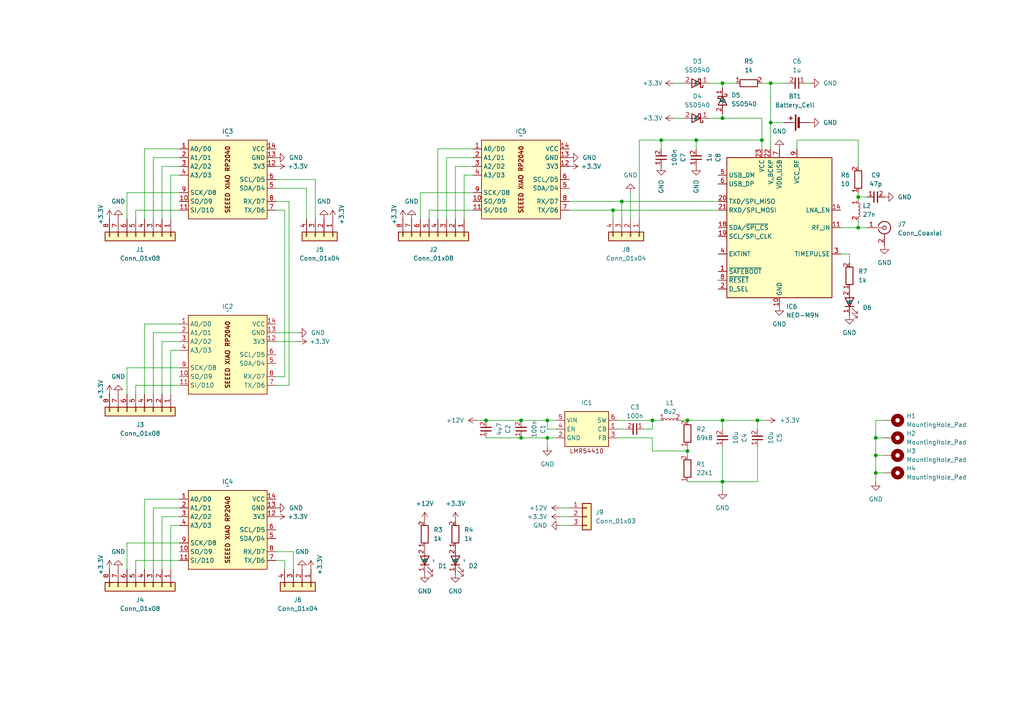
<source format=kicad_sch>
(kicad_sch (version 20230121) (generator eeschema)
  (paper "A4")
  (lib_symbols
    (symbol "Connector:Conn_Coaxial" (pin_names (offset 1.016) hide)
      (property "Reference" "J" (at 0.254 3.048 0))
      (property "Value" "Conn_Coaxial" (at 2.921 0 90))
      (symbol "Conn_Coaxial_0_1"
        (arc (start -1.778 -0.508) (mid 0.2311 -1.8066) (end 1.778 0) (stroke (width 0.254)))
        (polyline (pts (xy -2.54 0) (xy -0.508 0)))
        (polyline (pts (xy 0 -2.54) (xy 0 -1.778)))
        (circle (center 0 0) (radius 0.508) (stroke (width 0.2032)))
        (arc (start 1.778 0) (mid 0.2099 1.8101) (end -1.778 0.508) (stroke (width 0.254)))
      )
      (symbol "Conn_Coaxial_1_1"
        (pin passive line (at -5.08 0 0) (length 2.54) (name "In") (number "1"))
        (pin passive line (at 0 -5.08 90) (length 2.54) (name "Ext") (number "2"))
      )
    )
    (symbol "Connector_Generic:Conn_01x03" (pin_names (offset 1.016) hide)
      (property "Reference" "J" (at 0 5.08 0))
      (property "Value" "Conn_01x03" (at 0 -5.08 0))
      (symbol "Conn_01x03_1_1"
        (rectangle (start -1.27 -2.413) (end 0 -2.667) (stroke (width 0.1524)))
        (rectangle (start -1.27 0.127) (end 0 -0.127) (stroke (width 0.1524)))
        (rectangle (start -1.27 2.667) (end 0 2.413) (stroke (width 0.1524)))
        (rectangle (start -1.27 3.81) (end 1.27 -3.81) (stroke (width 0.254)) (fill (type background)))
        (pin passive line (at -5.08 2.54 0) (length 3.81) (name "Pin_1") (number "1"))
        (pin passive line (at -5.08 0 0) (length 3.81) (name "Pin_2") (number "2"))
        (pin passive line (at -5.08 -2.54 0) (length 3.81) (name "Pin_3") (number "3"))
      )
    )
    (symbol "Connector_Generic:Conn_01x04" (pin_names (offset 1.016) hide)
      (property "Reference" "J" (at 0 5.08 0))
      (property "Value" "Conn_01x04" (at 0 -7.62 0))
      (symbol "Conn_01x04_1_1"
        (rectangle (start -1.27 -4.953) (end 0 -5.207) (stroke (width 0.1524)))
        (rectangle (start -1.27 -2.413) (end 0 -2.667) (stroke (width 0.1524)))
        (rectangle (start -1.27 0.127) (end 0 -0.127) (stroke (width 0.1524)))
        (rectangle (start -1.27 2.667) (end 0 2.413) (stroke (width 0.1524)))
        (rectangle (start -1.27 3.81) (end 1.27 -6.35) (stroke (width 0.254)) (fill (type background)))
        (pin passive line (at -5.08 2.54 0) (length 3.81) (name "Pin_1") (number "1"))
        (pin passive line (at -5.08 0 0) (length 3.81) (name "Pin_2") (number "2"))
        (pin passive line (at -5.08 -2.54 0) (length 3.81) (name "Pin_3") (number "3"))
        (pin passive line (at -5.08 -5.08 0) (length 3.81) (name "Pin_4") (number "4"))
      )
    )
    (symbol "Connector_Generic:Conn_01x08" (pin_names (offset 1.016) hide)
      (property "Reference" "J" (at 0 10.16 0))
      (property "Value" "Conn_01x08" (at 0 -12.7 0))
      (symbol "Conn_01x08_1_1"
        (rectangle (start -1.27 -10.033) (end 0 -10.287) (stroke (width 0.1524)))
        (rectangle (start -1.27 -7.493) (end 0 -7.747) (stroke (width 0.1524)))
        (rectangle (start -1.27 -4.953) (end 0 -5.207) (stroke (width 0.1524)))
        (rectangle (start -1.27 -2.413) (end 0 -2.667) (stroke (width 0.1524)))
        (rectangle (start -1.27 0.127) (end 0 -0.127) (stroke (width 0.1524)))
        (rectangle (start -1.27 2.667) (end 0 2.413) (stroke (width 0.1524)))
        (rectangle (start -1.27 5.207) (end 0 4.953) (stroke (width 0.1524)))
        (rectangle (start -1.27 7.747) (end 0 7.493) (stroke (width 0.1524)))
        (rectangle (start -1.27 8.89) (end 1.27 -11.43) (stroke (width 0.254)) (fill (type background)))
        (pin passive line (at -5.08 7.62 0) (length 3.81) (name "Pin_1") (number "1"))
        (pin passive line (at -5.08 5.08 0) (length 3.81) (name "Pin_2") (number "2"))
        (pin passive line (at -5.08 2.54 0) (length 3.81) (name "Pin_3") (number "3"))
        (pin passive line (at -5.08 0 0) (length 3.81) (name "Pin_4") (number "4"))
        (pin passive line (at -5.08 -2.54 0) (length 3.81) (name "Pin_5") (number "5"))
        (pin passive line (at -5.08 -5.08 0) (length 3.81) (name "Pin_6") (number "6"))
        (pin passive line (at -5.08 -7.62 0) (length 3.81) (name "Pin_7") (number "7"))
        (pin passive line (at -5.08 -10.16 0) (length 3.81) (name "Pin_8") (number "8"))
      )
    )
    (symbol "Device:Battery_Cell" (pin_numbers hide) (pin_names (offset 0) hide)
      (property "Reference" "BT" (at 2.54 2.54 0))
      (property "Value" "Battery_Cell" (at 2.54 0 0))
      (symbol "Battery_Cell_0_1"
        (rectangle (start -2.286 1.778) (end 2.286 1.524) (fill (type outline)))
        (rectangle (start -1.524 1.016) (end 1.524 0.508) (fill (type outline)))
        (polyline (pts (xy 0 0.762) (xy 0 0)))
        (polyline (pts (xy 0 1.778) (xy 0 2.54)))
        (polyline (pts (xy 0.762 3.048) (xy 1.778 3.048)) (stroke (width 0.254)))
        (polyline (pts (xy 1.27 3.556) (xy 1.27 2.54)) (stroke (width 0.254)))
      )
      (symbol "Battery_Cell_1_1"
        (pin passive line (at 0 5.08 270) (length 2.54) (name "+") (number "1"))
        (pin passive line (at 0 -2.54 90) (length 2.54) (name "-") (number "2"))
      )
    )
    (symbol "Mechanical:MountingHole_Pad" (pin_numbers hide) (pin_names (offset 1.016) hide)
      (property "Reference" "H" (at 0 6.35 0))
      (property "Value" "MountingHole_Pad" (at 0 4.445 0))
      (symbol "MountingHole_Pad_0_1"
        (circle (center 0 1.27) (radius 1.27) (stroke (width 1.27)))
      )
      (symbol "MountingHole_Pad_1_1"
        (pin input line (at 0 -2.54 90) (length 2.54) (name "1") (number "1"))
      )
    )
    (symbol "RF_GPS:NEO-M9N"
      (property "Reference" "U" (at -13.97 21.59 0))
      (property "Value" "NEO-M9N" (at 11.43 21.59 0))
      (symbol "NEO-M9N_0_1"
        (rectangle (start -15.24 20.32) (end 15.24 -20.32) (stroke (width 0.254)) (fill (type background)))
      )
      (symbol "NEO-M9N_1_1"
        (pin input line (at -17.78 -12.7 0) (length 2.54) (name "~{SAFEBOOT}") (number "1"))
        (pin power_in line (at 0 -22.86 90) (length 2.54) (name "GND") (number "10"))
        (pin input line (at 17.78 0 180) (length 2.54) (name "RF_IN") (number "11"))
        (pin passive line (at 0 -22.86 90) (length 2.54) hide (name "GND") (number "12"))
        (pin passive line (at 0 -22.86 90) (length 2.54) hide (name "GND") (number "13"))
        (pin output line (at 17.78 5.08 180) (length 2.54) (name "LNA_EN") (number "14"))
        (pin no_connect line (at 15.24 -10.16 180) (length 2.54) hide (name "RESERVED") (number "15"))
        (pin no_connect line (at 15.24 -12.7 180) (length 2.54) hide (name "RESERVED") (number "16"))
        (pin no_connect line (at 15.24 -15.24 180) (length 2.54) hide (name "RESERVED") (number "17"))
        (pin bidirectional line (at -17.78 0 0) (length 2.54) (name "SDA/~{SPI_CS}") (number "18"))
        (pin input line (at -17.78 -2.54 0) (length 2.54) (name "SCL/SPI_CLK") (number "19"))
        (pin input line (at -17.78 -17.78 0) (length 2.54) (name "D_SEL") (number "2"))
        (pin output line (at -17.78 7.62 0) (length 2.54) (name "TXD/SPI_MISO") (number "20"))
        (pin input line (at -17.78 5.08 0) (length 2.54) (name "RXD/SPI_MOSI") (number "21"))
        (pin power_in line (at -2.54 22.86 270) (length 2.54) (name "V_BCKP") (number "22"))
        (pin power_in line (at -5.08 22.86 270) (length 2.54) (name "VCC") (number "23"))
        (pin passive line (at 0 -22.86 90) (length 2.54) hide (name "GND") (number "24"))
        (pin output line (at 17.78 -7.62 180) (length 2.54) (name "TIMEPULSE") (number "3"))
        (pin input line (at -17.78 -7.62 0) (length 2.54) (name "EXTINT") (number "4"))
        (pin bidirectional line (at -17.78 15.24 0) (length 2.54) (name "USB_DM") (number "5"))
        (pin bidirectional line (at -17.78 12.7 0) (length 2.54) (name "USB_DP") (number "6"))
        (pin power_in line (at 0 22.86 270) (length 2.54) (name "VDD_USB") (number "7"))
        (pin input line (at -17.78 -15.24 0) (length 2.54) (name "~{RESET}") (number "8"))
        (pin power_out line (at 5.08 22.86 270) (length 2.54) (name "VCC_RF") (number "9"))
      )
    )
    (symbol "integrated_circuits:LMR54410"
      (property "Reference" "IC" (at 0 6.35 0))
      (symbol "LMR54410_1_1"
        (rectangle (start -6.35 5.08) (end 6.35 -5.08) (stroke (width 0.2032)) (fill (type background)))
        (text "LMR54410" (at 0 -6.35 0) (effects (font (size 1.27 1.27))))
        (pin passive line (at 8.89 0 180) (length 2.54) (name "CB") (number "1"))
        (pin power_in line (at -8.89 -2.54 0) (length 2.54) (name "GND") (number "2"))
        (pin input line (at 8.89 -2.54 180) (length 2.54) (name "FB") (number "3"))
        (pin input line (at -8.89 0 0) (length 2.54) (name "EN") (number "4"))
        (pin power_in line (at -8.89 2.54 0) (length 2.54) (name "VIN") (number "5"))
        (pin passive line (at 8.89 2.54 180) (length 2.54) (name "SW") (number "6"))
      )
    )
    (symbol "microcontrollers:Seeed_XIAO_RP2040"
      (property "Reference" "IC" (at 0 12.7 0))
      (symbol "Seeed_XIAO_RP2040_1_1"
        (rectangle (start -11.43 11.43) (end 11.43 -11.43) (stroke (width 0.2032)) (fill (type background)))
        (text "SEEED XIAO RP2040" (at 0 0 900) (effects (font (size 1.27 1.27) bold)))
        (pin bidirectional line (at -13.97 8.89 0) (length 2.54) (name "A0/D0") (number "1"))
        (pin bidirectional line (at -13.97 -6.35 0) (length 2.54) (name "SO/D9") (number "10"))
        (pin bidirectional line (at -13.97 -8.89 0) (length 2.54) (name "SI/D10") (number "11"))
        (pin power_out line (at 13.97 3.81 180) (length 2.54) (name "3V3") (number "12"))
        (pin power_in line (at 13.97 6.35 180) (length 2.54) (name "GND") (number "13"))
        (pin power_in line (at 13.97 8.89 180) (length 2.54) (name "VCC") (number "14"))
        (pin bidirectional line (at -13.97 6.35 0) (length 2.54) (name "A1/D1") (number "2"))
        (pin bidirectional line (at -13.97 3.81 0) (length 2.54) (name "A2/D2") (number "3"))
        (pin bidirectional line (at -13.97 1.27 0) (length 2.54) (name "A3/D3") (number "4"))
        (pin bidirectional line (at 13.97 -2.54 180) (length 2.54) (name "SDA/D4") (number "5"))
        (pin bidirectional line (at 13.97 0 180) (length 2.54) (name "SCL/D5") (number "6"))
        (pin bidirectional line (at 13.97 -8.89 180) (length 2.54) (name "TX/D6") (number "7"))
        (pin bidirectional line (at 13.97 -6.35 180) (length 2.54) (name "RX/D7") (number "8"))
        (pin bidirectional line (at -13.97 -3.81 0) (length 2.54) (name "SCK/D8") (number "9"))
      )
    )
    (symbol "optoelectronics:LED"
      (property "Reference" "D" (at -0.635 2.54 0))
      (symbol "LED_0_1"
        (polyline (pts (xy 0.635 0) (xy -1.905 0)))
        (polyline (pts (xy 0.635 1.27) (xy 0.635 -1.27)) (stroke (width 0.254)))
        (polyline (pts (xy -1.905 1.27) (xy -1.905 -1.27) (xy 0.635 0) (xy -1.905 1.27)) (stroke (width 0.254)))
        (polyline (pts (xy 1.143 0.762) (xy 2.667 2.286) (xy 1.905 2.286) (xy 2.667 2.286) (xy 2.667 1.524)))
        (polyline (pts (xy 2.413 0.762) (xy 3.937 2.286) (xy 3.175 2.286) (xy 3.937 2.286) (xy 3.937 1.524)))
      )
      (symbol "LED_1_1"
        (pin passive line (at 3.175 0 180) (length 2.54) (name "K") (number "1"))
        (pin passive line (at -4.445 0 0) (length 2.54) (name "A") (number "2"))
      )
    )
    (symbol "passives:CAPACITOR"
      (property "Reference" "C" (at 0 3.175 0))
      (symbol "CAPACITOR_0_1"
        (polyline (pts (xy -0.508 -1.524) (xy -0.508 1.524)) (stroke (width 0.3048)))
        (polyline (pts (xy 0.508 -1.524) (xy 0.508 1.524)) (stroke (width 0.3302)))
      )
      (symbol "CAPACITOR_1_1"
        (pin passive line (at -2.54 0 0) (length 2.032) (name "~") (number "1"))
        (pin passive line (at 2.54 0 180) (length 2.032) (name "~") (number "2"))
      )
    )
    (symbol "passives:INDUCTOR"
      (property "Reference" "L" (at 0 1.905 0))
      (symbol "INDUCTOR_0_1"
        (arc (start -1.016 0) (mid -1.524 0.5058) (end -2.032 0))
        (arc (start 0 0) (mid -0.508 0.5058) (end -1.016 0))
        (arc (start 1.016 0) (mid 0.508 0.5058) (end 0 0))
        (arc (start 2.032 0) (mid 1.524 0.5058) (end 1.016 0))
      )
      (symbol "INDUCTOR_1_1"
        (pin passive line (at -2.54 0 0) (length 0.508) (name "~") (number "1"))
        (pin passive line (at 2.54 0 180) (length 0.508) (name "~") (number "2"))
      )
    )
    (symbol "passives:RESISTOR"
      (property "Reference" "R" (at 0 2.54 0))
      (symbol "RESISTOR_0_1"
        (rectangle (start 2.54 -1.016) (end -2.54 1.016) (stroke (width 0.254)))
      )
      (symbol "RESISTOR_1_1"
        (pin passive line (at -3.81 0 0) (length 1.27) (name "~") (number "1"))
        (pin passive line (at 3.81 0 180) (length 1.27) (name "~") (number "2"))
      )
    )
    (symbol "power:+12V" (power) (pin_names (offset 0))
      (property "Value" "+12V" (at 0 3.556 0))
      (symbol "+12V_0_1"
        (polyline (pts (xy -0.762 1.27) (xy 0 2.54)))
        (polyline (pts (xy 0 0) (xy 0 2.54)))
        (polyline (pts (xy 0 2.54) (xy 0.762 1.27)))
      )
      (symbol "+12V_1_1"
        (pin power_in line (at 0 0 90) (length 0) hide (name "+12V") (number "1"))
      )
    )
    (symbol "power:+3.3V" (power) (pin_names (offset 0))
      (property "Value" "+3.3V" (at 0 3.556 0))
      (symbol "+3.3V_0_1"
        (polyline (pts (xy -0.762 1.27) (xy 0 2.54)))
        (polyline (pts (xy 0 0) (xy 0 2.54)))
        (polyline (pts (xy 0 2.54) (xy 0.762 1.27)))
      )
      (symbol "+3.3V_1_1"
        (pin power_in line (at 0 0 90) (length 0) hide (name "+3.3V") (number "1"))
      )
    )
    (symbol "power:GND" (power) (pin_names (offset 0))
      (property "Value" "GND" (at 0 -3.81 0))
      (symbol "GND_0_1"
        (polyline (pts (xy 0 0) (xy 0 -1.27) (xy 1.27 -1.27) (xy 0 -2.54) (xy -1.27 -1.27) (xy 0 -1.27)))
      )
      (symbol "GND_1_1"
        (pin power_in line (at 0 0 270) (length 0) hide (name "GND") (number "1"))
      )
    )
    (symbol "semiconductors:DIODE_SCHOTTKY"
      (property "Reference" "D" (at 0 2.54 0))
      (symbol "DIODE_SCHOTTKY_0_1"
        (polyline (pts (xy -1.27 0) (xy 1.27 0)))
        (polyline (pts (xy -1.27 -1.27) (xy -1.27 1.27) (xy 1.27 0) (xy -1.27 -1.27)) (stroke (width 0.254)))
        (polyline (pts (xy 1.905 -0.635) (xy 1.905 -1.27) (xy 1.27 -1.27) (xy 1.27 1.27) (xy 0.635 1.27) (xy 0.635 0.635)) (stroke (width 0.254)))
      )
      (symbol "DIODE_SCHOTTKY_1_1"
        (pin passive line (at 3.81 0 180) (length 2.54) (name "K") (number "1"))
        (pin passive line (at -3.81 0 0) (length 2.54) (name "A") (number "2"))
      )
    )
  )
  (junction (at 254 137.16))
  (junction (at 220.98 40.64))
  (junction (at 209.55 24.13))
  (junction (at 151.13 127))
  (junction (at 219.71 121.92))
  (junction (at 189.23 121.92))
  (junction (at 191.77 40.64))
  (junction (at 223.52 35.56))
  (junction (at 248.92 66.04))
  (junction (at 254 127))
  (junction (at 140.97 121.92))
  (junction (at 177.8 60.96))
  (junction (at 158.75 127))
  (junction (at 151.13 121.92))
  (junction (at 201.93 40.64))
  (junction (at 209.55 121.92))
  (junction (at 180.34 58.42))
  (junction (at 248.92 57.15))
  (junction (at 158.75 121.92))
  (junction (at 209.55 34.29))
  (junction (at 209.55 139.7))
  (junction (at 254 132.08))
  (junction (at 223.52 24.13))
  (junction (at 199.39 121.92))
  (junction (at 199.39 130.81))
  (wire (pts (xy 248.92 63.5) (xy 248.92 66.04)))
  (wire (pts (xy 209.55 24.13) (xy 209.55 25.4)))
  (wire (pts (xy 220.98 24.13) (xy 223.52 24.13)))
  (wire (pts (xy 205.74 24.13) (xy 209.55 24.13)))
  (wire (pts (xy 201.93 40.64) (xy 220.98 40.64)))
  (wire (pts (xy 199.39 121.92) (xy 209.55 121.92)))
  (wire (pts (xy 46.99 48.26) (xy 46.99 63.5)))
  (wire (pts (xy 52.07 48.26) (xy 46.99 48.26)))
  (wire (pts (xy 137.16 55.88) (xy 121.92 55.88)))
  (wire (pts (xy 165.1 60.96) (xy 177.8 60.96)))
  (wire (pts (xy 140.97 121.92) (xy 151.13 121.92)))
  (wire (pts (xy 52.07 101.6) (xy 49.53 101.6)))
  (wire (pts (xy 177.8 60.96) (xy 177.8 63.5)))
  (wire (pts (xy 254 127) (xy 254 132.08)))
  (wire (pts (xy 220.98 43.18) (xy 220.98 40.64)))
  (wire (pts (xy 254 132.08) (xy 256.54 132.08)))
  (wire (pts (xy 80.01 96.52) (xy 86.36 96.52)))
  (wire (pts (xy 219.71 121.92) (xy 222.25 121.92)))
  (wire (pts (xy 80.01 160.02) (xy 85.09 160.02)))
  (wire (pts (xy 137.16 45.72) (xy 129.54 45.72)))
  (wire (pts (xy 52.07 106.68) (xy 36.83 106.68)))
  (wire (pts (xy 82.55 109.22) (xy 80.01 109.22)))
  (wire (pts (xy 52.07 149.86) (xy 46.99 149.86)))
  (wire (pts (xy 219.71 121.92) (xy 209.55 121.92)))
  (wire (pts (xy 233.68 24.13) (xy 234.95 24.13)))
  (wire (pts (xy 80.01 58.42) (xy 83.82 58.42)))
  (wire (pts (xy 243.84 73.66) (xy 246.38 73.66)))
  (wire (pts (xy 140.97 127) (xy 151.13 127)))
  (wire (pts (xy 256.54 121.92) (xy 254 121.92)))
  (wire (pts (xy 49.53 152.4) (xy 49.53 165.1)))
  (wire (pts (xy 82.55 162.56) (xy 82.55 165.1)))
  (wire (pts (xy 52.07 55.88) (xy 36.83 55.88)))
  (wire (pts (xy 185.42 40.64) (xy 191.77 40.64)))
  (wire (pts (xy 88.9 54.61) (xy 88.9 63.5)))
  (wire (pts (xy 220.98 34.29) (xy 220.98 40.64)))
  (wire (pts (xy 52.07 43.18) (xy 41.91 43.18)))
  (wire (pts (xy 179.07 121.92) (xy 189.23 121.92)))
  (wire (pts (xy 121.92 55.88) (xy 121.92 63.5)))
  (wire (pts (xy 219.71 139.7) (xy 209.55 139.7)))
  (wire (pts (xy 189.23 121.92) (xy 189.23 124.46)))
  (wire (pts (xy 162.56 152.4) (xy 165.1 152.4)))
  (wire (pts (xy 191.77 40.64) (xy 191.77 43.18)))
  (wire (pts (xy 52.07 147.32) (xy 44.45 147.32)))
  (wire (pts (xy 52.07 157.48) (xy 36.83 157.48)))
  (wire (pts (xy 83.82 111.76) (xy 80.01 111.76)))
  (wire (pts (xy 254 121.92) (xy 254 127)))
  (wire (pts (xy 83.82 58.42) (xy 83.82 111.76)))
  (wire (pts (xy 223.52 24.13) (xy 223.52 35.56)))
  (wire (pts (xy 177.8 60.96) (xy 208.28 60.96)))
  (wire (pts (xy 179.07 127) (xy 189.23 127)))
  (wire (pts (xy 52.07 96.52) (xy 44.45 96.52)))
  (wire (pts (xy 49.53 101.6) (xy 49.53 114.3)))
  (wire (pts (xy 52.07 93.98) (xy 41.91 93.98)))
  (wire (pts (xy 52.07 99.06) (xy 46.99 99.06)))
  (wire (pts (xy 199.39 130.81) (xy 199.39 132.08)))
  (wire (pts (xy 231.14 40.64) (xy 248.92 40.64)))
  (wire (pts (xy 52.07 144.78) (xy 41.91 144.78)))
  (wire (pts (xy 199.39 139.7) (xy 209.55 139.7)))
  (wire (pts (xy 36.83 157.48) (xy 36.83 165.1)))
  (wire (pts (xy 158.75 124.46) (xy 158.75 121.92)))
  (wire (pts (xy 52.07 111.76) (xy 39.37 111.76)))
  (wire (pts (xy 52.07 162.56) (xy 39.37 162.56)))
  (wire (pts (xy 134.62 50.8) (xy 134.62 63.5)))
  (wire (pts (xy 124.46 60.96) (xy 124.46 63.5)))
  (wire (pts (xy 138.43 121.92) (xy 140.97 121.92)))
  (wire (pts (xy 127 43.18) (xy 127 63.5)))
  (wire (pts (xy 46.99 99.06) (xy 46.99 114.3)))
  (wire (pts (xy 246.38 73.66) (xy 246.38 76.2)))
  (wire (pts (xy 91.44 52.07) (xy 91.44 63.5)))
  (wire (pts (xy 158.75 127) (xy 158.75 129.54)))
  (wire (pts (xy 180.34 58.42) (xy 208.28 58.42)))
  (wire (pts (xy 179.07 124.46) (xy 181.61 124.46)))
  (wire (pts (xy 199.39 129.54) (xy 199.39 130.81)))
  (wire (pts (xy 80.01 52.07) (xy 91.44 52.07)))
  (wire (pts (xy 39.37 111.76) (xy 39.37 114.3)))
  (wire (pts (xy 186.69 124.46) (xy 189.23 124.46)))
  (wire (pts (xy 254 137.16) (xy 256.54 137.16)))
  (wire (pts (xy 201.93 40.64) (xy 201.93 43.18)))
  (wire (pts (xy 195.58 24.13) (xy 198.12 24.13)))
  (wire (pts (xy 158.75 127) (xy 161.29 127)))
  (wire (pts (xy 137.16 48.26) (xy 132.08 48.26)))
  (wire (pts (xy 254 132.08) (xy 254 137.16)))
  (wire (pts (xy 80.01 60.96) (xy 82.55 60.96)))
  (wire (pts (xy 158.75 121.92) (xy 161.29 121.92)))
  (wire (pts (xy 189.23 127) (xy 189.23 130.81)))
  (wire (pts (xy 248.92 57.15) (xy 248.92 58.42)))
  (wire (pts (xy 39.37 162.56) (xy 39.37 165.1)))
  (wire (pts (xy 132.08 48.26) (xy 132.08 63.5)))
  (wire (pts (xy 151.13 127) (xy 158.75 127)))
  (wire (pts (xy 248.92 55.88) (xy 248.92 57.15)))
  (wire (pts (xy 161.29 124.46) (xy 158.75 124.46)))
  (wire (pts (xy 189.23 121.92) (xy 191.77 121.92)))
  (wire (pts (xy 209.55 139.7) (xy 209.55 142.24)))
  (wire (pts (xy 41.91 43.18) (xy 41.91 63.5)))
  (wire (pts (xy 209.55 33.02) (xy 209.55 34.29)))
  (wire (pts (xy 137.16 50.8) (xy 134.62 50.8)))
  (wire (pts (xy 209.55 24.13) (xy 213.36 24.13)))
  (wire (pts (xy 219.71 129.54) (xy 219.71 139.7)))
  (wire (pts (xy 165.1 58.42) (xy 180.34 58.42)))
  (wire (pts (xy 44.45 147.32) (xy 44.45 165.1)))
  (wire (pts (xy 223.52 35.56) (xy 223.52 43.18)))
  (wire (pts (xy 80.01 162.56) (xy 82.55 162.56)))
  (wire (pts (xy 196.85 121.92) (xy 199.39 121.92)))
  (wire (pts (xy 219.71 124.46) (xy 219.71 121.92)))
  (wire (pts (xy 39.37 60.96) (xy 39.37 63.5)))
  (wire (pts (xy 162.56 147.32) (xy 165.1 147.32)))
  (wire (pts (xy 82.55 60.96) (xy 82.55 109.22)))
  (wire (pts (xy 41.91 144.78) (xy 41.91 165.1)))
  (wire (pts (xy 162.56 149.86) (xy 165.1 149.86)))
  (wire (pts (xy 248.92 57.15) (xy 251.46 57.15)))
  (wire (pts (xy 52.07 50.8) (xy 49.53 50.8)))
  (wire (pts (xy 129.54 45.72) (xy 129.54 63.5)))
  (wire (pts (xy 36.83 55.88) (xy 36.83 63.5)))
  (wire (pts (xy 182.88 55.88) (xy 182.88 63.5)))
  (wire (pts (xy 137.16 43.18) (xy 127 43.18)))
  (wire (pts (xy 36.83 106.68) (xy 36.83 114.3)))
  (wire (pts (xy 243.84 66.04) (xy 248.92 66.04)))
  (wire (pts (xy 85.09 160.02) (xy 85.09 165.1)))
  (wire (pts (xy 254 137.16) (xy 254 139.7)))
  (wire (pts (xy 254 127) (xy 256.54 127)))
  (wire (pts (xy 80.01 54.61) (xy 88.9 54.61)))
  (wire (pts (xy 52.07 45.72) (xy 44.45 45.72)))
  (wire (pts (xy 52.07 60.96) (xy 39.37 60.96)))
  (wire (pts (xy 209.55 129.54) (xy 209.55 139.7)))
  (wire (pts (xy 41.91 93.98) (xy 41.91 114.3)))
  (wire (pts (xy 223.52 35.56) (xy 227.33 35.56)))
  (wire (pts (xy 195.58 34.29) (xy 198.12 34.29)))
  (wire (pts (xy 46.99 149.86) (xy 46.99 165.1)))
  (wire (pts (xy 185.42 40.64) (xy 185.42 63.5)))
  (wire (pts (xy 180.34 58.42) (xy 180.34 63.5)))
  (wire (pts (xy 44.45 96.52) (xy 44.45 114.3)))
  (wire (pts (xy 44.45 45.72) (xy 44.45 63.5)))
  (wire (pts (xy 189.23 130.81) (xy 199.39 130.81)))
  (wire (pts (xy 209.55 124.46) (xy 209.55 121.92)))
  (wire (pts (xy 151.13 121.92) (xy 158.75 121.92)))
  (wire (pts (xy 191.77 40.64) (xy 201.93 40.64)))
  (wire (pts (xy 209.55 34.29) (xy 220.98 34.29)))
  (wire (pts (xy 52.07 152.4) (xy 49.53 152.4)))
  (wire (pts (xy 80.01 99.06) (xy 86.36 99.06)))
  (wire (pts (xy 231.14 43.18) (xy 231.14 40.64)))
  (wire (pts (xy 223.52 24.13) (xy 228.6 24.13)))
  (wire (pts (xy 137.16 60.96) (xy 124.46 60.96)))
  (wire (pts (xy 248.92 66.04) (xy 251.46 66.04)))
  (wire (pts (xy 49.53 50.8) (xy 49.53 63.5)))
  (wire (pts (xy 248.92 40.64) (xy 248.92 48.26)))
  (wire (pts (xy 205.74 34.29) (xy 209.55 34.29)))
  (symbol (lib_id "power:GND") (at 254 139.7 0) (unit 1)
    (property "Reference" "#PWR039" (effects hide))
    (property "Value" "GND" (at 254 144.78 0))
  )
  (symbol (lib_id "passives:CAPACITOR") (at 201.93 45.72 270) (mirror x) (unit 1)
    (property "Reference" "C8" (at 208.28 45.7137 0))
    (property "Value" "1u" (at 205.74 45.7137 0))
    (property "Footprint" "passives:C0805" (effects hide))
  )
  (symbol (lib_id "power:GND") (at 34.29 63.5 180) (unit 1)
    (property "Reference" "#PWR010" (effects hide))
    (property "Value" "GND" (at 34.29 58.42 0))
  )
  (symbol (lib_id "passives:CAPACITOR") (at 184.15 124.46 0) (mirror y) (unit 1)
    (property "Reference" "C3" (at 184.1437 118.11 0))
    (property "Value" "100n" (at 184.1437 120.65 0))
    (property "Footprint" "passives:C0805" (effects hide))
  )
  (symbol (lib_id "power:+3.3V") (at 165.1 48.26 270) (unit 1)
    (property "Reference" "#PWR023" (effects hide))
    (property "Value" "+3.3V" (at 171.45 48.26 90))
  )
  (symbol (lib_id "power:GND") (at 87.63 165.1 180) (unit 1)
    (property "Reference" "#PWR015" (effects hide))
    (property "Value" "GND" (at 87.63 160.02 0))
  )
  (symbol (lib_id "passives:RESISTOR") (at 248.92 52.07 90) (unit 1)
    (property "Reference" "R6" (at 243.84 50.8 90) (effects (justify right)))
    (property "Value" "10" (at 243.84 53.34 90) (effects (justify right)))
    (property "Footprint" "passives:R0805" (effects hide))
  )
  (symbol (lib_id "Connector_Generic:Conn_01x04") (at 182.88 68.58 270) (unit 1)
    (property "Reference" "J8" (at 181.61 72.39 90))
    (property "Value" "Conn_01x04" (at 181.61 74.93 90))
    (property "Footprint" "connectors:TE-292228-4" (effects hide))
  )
  (symbol (lib_id "power:GND") (at 80.01 45.72 90) (unit 1)
    (property "Reference" "#PWR09" (effects hide))
    (property "Value" "GND" (at 83.82 45.72 90) (effects (justify right)))
  )
  (symbol (lib_id "power:GND") (at 234.95 24.13 90) (unit 1)
    (property "Reference" "#PWR018" (effects hide))
    (property "Value" "GND" (at 238.76 24.13 90) (effects (justify right)))
  )
  (symbol (lib_id "power:GND") (at 34.29 114.3 180) (unit 1)
    (property "Reference" "#PWR011" (effects hide))
    (property "Value" "GND" (at 34.29 109.22 0))
  )
  (symbol (lib_id "power:+12V") (at 138.43 121.92 90) (unit 1)
    (property "Reference" "#PWR03" (effects hide))
    (property "Value" "+12V" (at 134.62 121.92 90) (effects (justify left)))
  )
  (symbol (lib_id "power:GND") (at 209.55 142.24 0) (unit 1)
    (property "Reference" "#PWR034" (effects hide))
    (property "Value" "GND" (at 209.55 147.32 0))
  )
  (symbol (lib_id "passives:RESISTOR") (at 123.19 154.94 90) (unit 1)
    (property "Reference" "R3" (at 125.73 153.67 90) (effects (justify right)))
    (property "Value" "1k" (at 125.73 156.21 90) (effects (justify right)))
    (property "Footprint" "passives:R0805" (effects hide))
  )
  (symbol (lib_id "power:GND") (at 201.93 48.26 0) (unit 1)
    (property "Reference" "#PWR04" (effects hide))
    (property "Value" "GND" (at 201.93 52.07 90) (effects (justify right)))
  )
  (symbol (lib_id "semiconductors:DIODE_SCHOTTKY") (at 201.93 24.13 0) (unit 1)
    (property "Reference" "D3" (at 202.2475 17.78 0))
    (property "Value" "SS0540" (at 202.2475 20.32 0))
    (property "Footprint" "passives:SOD-123" (effects hide))
  )
  (symbol (lib_id "RF_GPS:NEO-M9N") (at 226.06 66.04 0) (unit 1)
    (property "Reference" "IC6" (at 228.0159 88.9 0) (effects (justify left)))
    (property "Value" "NEO-M9N" (at 228.0159 91.44 0) (effects (justify left)))
    (property "Footprint" "integrated_circuits:UBLOX-NEO-M9N" (effects hide))
    (property "Datasheet" "https://www.u-blox.com/sites/default/files/NEO-M9N-00B_DataSheet_UBX-19014285.pdf" (effects hide))
  )
  (symbol (lib_id "power:GND") (at 162.56 152.4 270) (unit 1)
    (property "Reference" "#PWR037" (effects hide))
    (property "Value" "GND" (at 158.75 152.4 90) (effects (justify right)))
  )
  (symbol (lib_id "microcontrollers:Seeed_XIAO_RP2040") (at 66.04 153.67 0) (unit 1)
    (property "Reference" "IC4" (at 66.04 139.7 0))
    (property "Value" "~" (at 66.04 140.97 0))
    (property "Footprint" "integrated_circuits:SEEED_XIAO" (effects hide))
  )
  (symbol (lib_id "passives:INDUCTOR") (at 248.92 60.96 270) (unit 1)
    (property "Reference" "L2" (at 250.19 59.69 90) (effects (justify left)))
    (property "Value" "27n" (at 250.19 62.23 90) (effects (justify left)))
    (property "Footprint" "passives:L0805" (effects hide))
  )
  (symbol (lib_id "Connector_Generic:Conn_01x08") (at 41.91 119.38 270) (unit 1)
    (property "Reference" "J3" (at 40.64 123.19 90))
    (property "Value" "Conn_01x08" (at 40.64 125.73 90))
    (property "Footprint" "connectors:TE-292228-8" (effects hide))
  )
  (symbol (lib_id "power:+3.3V") (at 90.17 165.1 0) (unit 1)
    (property "Reference" "#PWR031" (effects hide))
    (property "Value" "+3.3V" (at 92.71 163.83 90))
  )
  (symbol (lib_id "power:GND") (at 93.98 63.5 180) (unit 1)
    (property "Reference" "#PWR014" (effects hide))
    (property "Value" "GND" (at 93.98 58.42 0))
  )
  (symbol (lib_id "power:GND") (at 119.38 63.5 180) (unit 1)
    (property "Reference" "#PWR012" (effects hide))
    (property "Value" "GND" (at 119.38 58.42 0))
  )
  (symbol (lib_id "power:+3.3V") (at 222.25 121.92 270) (unit 1)
    (property "Reference" "#PWR01" (effects hide))
    (property "Value" "+3.3V" (at 226.06 121.92 90) (effects (justify left)))
  )
  (symbol (lib_id "Connector_Generic:Conn_01x03") (at 170.18 149.86 0) (unit 1)
    (property "Reference" "J9" (at 172.72 148.59 0) (effects (justify left)))
    (property "Value" "Conn_01x03" (at 172.72 151.13 0) (effects (justify left)))
    (property "Footprint" "connectors:MICROFIT3.0-1x3-HORIZ" (effects hide))
  )
  (symbol (lib_id "passives:CAPACITOR") (at 151.13 124.46 270) (mirror x) (unit 1)
    (property "Reference" "C1" (at 157.48 124.4537 0))
    (property "Value" "100n" (at 154.94 124.4537 0))
    (property "Footprint" "passives:C0805" (effects hide))
  )
  (symbol (lib_id "power:GND") (at 34.29 165.1 180) (unit 1)
    (property "Reference" "#PWR013" (effects hide))
    (property "Value" "GND" (at 34.29 160.02 0))
  )
  (symbol (lib_id "power:GND") (at 86.36 96.52 90) (unit 1)
    (property "Reference" "#PWR07" (effects hide))
    (property "Value" "GND" (at 90.17 96.52 90) (effects (justify right)))
  )
  (symbol (lib_id "microcontrollers:Seeed_XIAO_RP2040") (at 66.04 102.87 0) (unit 1)
    (property "Reference" "IC2" (at 66.04 88.9 0))
    (property "Value" "~" (at 66.04 90.17 0))
    (property "Footprint" "integrated_circuits:SEEED_XIAO" (effects hide))
  )
  (symbol (lib_id "Connector_Generic:Conn_01x08") (at 127 68.58 270) (unit 1)
    (property "Reference" "J2" (at 125.73 72.39 90))
    (property "Value" "Conn_01x08" (at 125.73 74.93 90))
    (property "Footprint" "connectors:TE-292228-8" (effects hide))
  )
  (symbol (lib_id "power:GND") (at 132.08 166.37 0) (unit 1)
    (property "Reference" "#PWR041" (effects hide))
    (property "Value" "GND" (at 132.08 171.45 0))
  )
  (symbol (lib_id "power:+3.3V") (at 96.52 63.5 0) (unit 1)
    (property "Reference" "#PWR033" (effects hide))
    (property "Value" "+3.3V" (at 99.06 62.23 90))
  )
  (symbol (lib_id "power:GND") (at 165.1 45.72 90) (unit 1)
    (property "Reference" "#PWR08" (effects hide))
    (property "Value" "GND" (at 168.91 45.72 90) (effects (justify right)))
  )
  (symbol (lib_id "power:GND") (at 158.75 129.54 0) (unit 1)
    (property "Reference" "#PWR035" (effects hide))
    (property "Value" "GND" (at 158.75 134.62 0))
  )
  (symbol (lib_id "power:GND") (at 234.95 35.56 90) (unit 1)
    (property "Reference" "#PWR020" (effects hide))
    (property "Value" "GND" (at 238.76 35.56 90) (effects (justify right)))
  )
  (symbol (lib_id "power:GND") (at 182.88 55.88 180) (unit 1)
    (property "Reference" "#PWR032" (effects hide))
    (property "Value" "GND" (at 182.88 50.8 0))
  )
  (symbol (lib_id "passives:INDUCTOR") (at 194.31 121.92 0) (unit 1)
    (property "Reference" "L1" (at 194.31 116.84 0))
    (property "Value" "8u2" (at 194.31 119.38 0))
    (property "Footprint" "passives:L6055" (effects hide))
  )
  (symbol (lib_id "power:GND") (at 256.54 57.15 90) (unit 1)
    (property "Reference" "#PWR02" (effects hide))
    (property "Value" "GND" (at 260.35 57.15 90) (effects (justify right)))
  )
  (symbol (lib_id "microcontrollers:Seeed_XIAO_RP2040") (at 151.13 52.07 0) (unit 1)
    (property "Reference" "IC5" (at 151.13 38.1 0))
    (property "Value" "~" (at 151.13 39.37 0))
    (property "Footprint" "integrated_circuits:SEEED_XIAO" (effects hide))
  )
  (symbol (lib_id "power:+12V") (at 123.19 151.13 0) (unit 1)
    (property "Reference" "#PWR042" (effects hide))
    (property "Value" "+12V" (at 123.19 146.05 0))
  )
  (symbol (lib_id "optoelectronics:LED") (at 246.38 88.265 270) (unit 1)
    (property "Reference" "D6" (at 250.19 89.2175 90) (effects (justify left)))
    (property "Value" "~" (at 248.92 87.63 0))
    (property "Footprint" "optoelectronics:1206" (effects hide))
  )
  (symbol (lib_id "Device:Battery_Cell") (at 232.41 35.56 90) (unit 1)
    (property "Reference" "BT1" (at 230.5685 27.94 90))
    (property "Value" "Battery_Cell" (at 230.5685 30.48 90))
    (property "Footprint" "passives:BAT-MS621" (effects hide))
  )
  (symbol (lib_id "power:GND") (at 80.01 147.32 90) (unit 1)
    (property "Reference" "#PWR06" (effects hide))
    (property "Value" "GND" (at 83.82 147.32 90) (effects (justify right)))
  )
  (symbol (lib_id "passives:CAPACITOR") (at 191.77 45.72 270) (mirror x) (unit 1)
    (property "Reference" "C7" (at 198.12 45.7137 0))
    (property "Value" "100n" (at 195.58 45.7137 0))
    (property "Footprint" "passives:C0805" (effects hide))
  )
  (symbol (lib_id "passives:RESISTOR") (at 199.39 135.89 90) (unit 1)
    (property "Reference" "R1" (at 201.93 134.62 90) (effects (justify right)))
    (property "Value" "22k1" (at 201.93 137.16 90) (effects (justify right)))
    (property "Footprint" "passives:R0805" (effects hide))
  )
  (symbol (lib_id "passives:CAPACITOR") (at 209.55 127 270) (mirror x) (unit 1)
    (property "Reference" "C4" (at 215.9 126.9937 0))
    (property "Value" "10u" (at 213.36 126.9937 0))
    (property "Footprint" "passives:C0805" (effects hide))
  )
  (symbol (lib_id "power:+3.3V") (at 31.75 165.1 0) (unit 1)
    (property "Reference" "#PWR030" (effects hide))
    (property "Value" "+3.3V" (at 29.21 163.83 90))
  )
  (symbol (lib_id "optoelectronics:LED") (at 132.08 163.195 270) (unit 1)
    (property "Reference" "D2" (at 135.89 164.1475 90) (effects (justify left)))
    (property "Value" "~" (at 134.62 162.56 0))
    (property "Footprint" "optoelectronics:1206" (effects hide))
  )
  (symbol (lib_id "Connector_Generic:Conn_01x08") (at 41.91 68.58 270) (unit 1)
    (property "Reference" "J1" (at 40.64 72.39 90))
    (property "Value" "Conn_01x08" (at 40.64 74.93 90))
    (property "Footprint" "connectors:TE-292228-8" (effects hide))
  )
  (symbol (lib_id "power:+3.3V") (at 116.84 63.5 0) (unit 1)
    (property "Reference" "#PWR029" (effects hide))
    (property "Value" "+3.3V" (at 114.3 62.23 90))
  )
  (symbol (lib_id "Connector_Generic:Conn_01x08") (at 41.91 170.18 270) (unit 1)
    (property "Reference" "J4" (at 40.64 173.99 90))
    (property "Value" "Conn_01x08" (at 40.64 176.53 90))
    (property "Footprint" "connectors:TE-292228-8" (effects hide))
  )
  (symbol (lib_id "passives:RESISTOR") (at 246.38 80.01 90) (unit 1)
    (property "Reference" "R7" (at 248.92 78.74 90) (effects (justify right)))
    (property "Value" "1k" (at 248.92 81.28 90) (effects (justify right)))
    (property "Footprint" "passives:R0805" (effects hide))
  )
  (symbol (lib_id "power:+3.3V") (at 80.01 48.26 270) (unit 1)
    (property "Reference" "#PWR024" (effects hide))
    (property "Value" "+3.3V" (at 86.36 48.26 90))
  )
  (symbol (lib_id "passives:CAPACITOR") (at 231.14 24.13 180) (unit 1)
    (property "Reference" "C6" (at 231.1336 17.78 0))
    (property "Value" "1u" (at 231.1336 20.32 0))
    (property "Footprint" "passives:C0805" (effects hide))
  )
  (symbol (lib_id "passives:CAPACITOR") (at 219.71 127 270) (mirror x) (unit 1)
    (property "Reference" "C5" (at 226.06 126.9937 0))
    (property "Value" "10u" (at 223.52 126.9937 0))
    (property "Footprint" "passives:C0805" (effects hide))
  )
  (symbol (lib_id "power:GND") (at 246.38 91.44 0) (unit 1)
    (property "Reference" "#PWR022" (effects hide))
    (property "Value" "GND" (at 246.38 96.52 0))
  )
  (symbol (lib_id "Connector_Generic:Conn_01x04") (at 93.98 68.58 270) (unit 1)
    (property "Reference" "J5" (at 92.71 72.39 90))
    (property "Value" "Conn_01x04" (at 92.71 74.93 90))
    (property "Footprint" "connectors:TE-292228-4" (effects hide))
  )
  (symbol (lib_id "power:GND") (at 256.54 71.12 0) (unit 1)
    (property "Reference" "#PWR017" (effects hide))
    (property "Value" "GND" (at 256.54 76.2 0))
  )
  (symbol (lib_id "passives:RESISTOR") (at 217.17 24.13 0) (unit 1)
    (property "Reference" "R5" (at 217.17 17.78 0))
    (property "Value" "1k" (at 217.17 20.32 0))
    (property "Footprint" "passives:R0805" (effects hide))
  )
  (symbol (lib_id "passives:CAPACITOR") (at 140.97 124.46 270) (mirror x) (unit 1)
    (property "Reference" "C2" (at 147.32 124.4537 0))
    (property "Value" "4u7" (at 144.78 124.4537 0))
    (property "Footprint" "passives:C0805" (effects hide))
  )
  (symbol (lib_id "power:+3.3V") (at 31.75 114.3 0) (unit 1)
    (property "Reference" "#PWR028" (effects hide))
    (property "Value" "+3.3V" (at 29.21 113.03 90))
  )
  (symbol (lib_id "Mechanical:MountingHole_Pad") (at 259.08 137.16 270) (unit 1)
    (property "Reference" "H4" (at 262.89 135.89 90) (effects (justify left)))
    (property "Value" "MountingHole_Pad" (at 262.89 138.43 90) (effects (justify left)))
    (property "Footprint" "MountingHole:MountingHole_3.2mm_M3_Pad_Via" (effects hide))
  )
  (symbol (lib_id "power:GND") (at 226.06 88.9 0) (unit 1)
    (property "Reference" "#PWR016" (effects hide))
    (property "Value" "GND" (at 226.06 93.98 0))
  )
  (symbol (lib_id "power:+3.3V") (at 80.01 149.86 270) (unit 1)
    (property "Reference" "#PWR025" (effects hide))
    (property "Value" "+3.3V" (at 86.36 149.86 90))
  )
  (symbol (lib_id "power:GND") (at 123.19 166.37 0) (unit 1)
    (property "Reference" "#PWR021" (effects hide))
    (property "Value" "GND" (at 123.19 171.45 0))
  )
  (symbol (lib_id "passives:RESISTOR") (at 199.39 125.73 90) (unit 1)
    (property "Reference" "R2" (at 201.93 124.46 90) (effects (justify right)))
    (property "Value" "69k8" (at 201.93 127 90) (effects (justify right)))
    (property "Footprint" "passives:R0805" (effects hide))
  )
  (symbol (lib_id "integrated_circuits:LMR54410") (at 170.18 124.46 0) (unit 1)
    (property "Reference" "IC1" (at 170.18 116.84 0))
    (property "Value" "~" (at 170.18 119.38 0))
    (property "Footprint" "integrated_circuits:SOT23-6" (effects hide))
  )
  (symbol (lib_id "power:+3.3V") (at 195.58 24.13 90) (unit 1)
    (property "Reference" "#PWR019" (effects hide))
    (property "Value" "+3.3V" (at 189.23 24.13 90))
  )
  (symbol (lib_id "Connector:Conn_Coaxial") (at 256.54 66.04 0) (unit 1)
    (property "Reference" "J7" (at 260.35 65.0632 0) (effects (justify left)))
    (property "Value" "Conn_Coaxial" (at 260.35 67.6032 0) (effects (justify left)))
    (property "Footprint" "connectors:FAKRA_R197.160._28" (effects hide))
    (property "Datasheet" " ~" (effects hide))
  )
  (symbol (lib_id "passives:CAPACITOR") (at 254 57.15 0) (unit 1)
    (property "Reference" "C9" (at 254.0063 50.8 0))
    (property "Value" "47p" (at 254.0063 53.34 0))
    (property "Footprint" "passives:C0805" (effects hide))
  )
  (symbol (lib_id "Connector_Generic:Conn_01x04") (at 87.63 170.18 270) (unit 1)
    (property "Reference" "J6" (at 86.36 173.99 90))
    (property "Value" "Conn_01x04" (at 86.36 176.53 90))
    (property "Footprint" "connectors:TE-292228-4" (effects hide))
  )
  (symbol (lib_id "power:GND") (at 191.77 48.26 0) (unit 1)
    (property "Reference" "#PWR044" (effects hide))
    (property "Value" "GND" (at 191.77 52.07 90) (effects (justify right)))
  )
  (symbol (lib_id "power:+3.3V") (at 195.58 34.29 90) (unit 1)
    (property "Reference" "#PWR040" (effects hide))
    (property "Value" "+3.3V" (at 189.23 34.29 90))
  )
  (symbol (lib_id "power:+3.3V") (at 132.08 151.13 0) (unit 1)
    (property "Reference" "#PWR043" (effects hide))
    (property "Value" "+3.3V" (at 132.08 146.05 0))
  )
  (symbol (lib_id "Mechanical:MountingHole_Pad") (at 259.08 132.08 270) (unit 1)
    (property "Reference" "H3" (at 262.89 130.81 90) (effects (justify left)))
    (property "Value" "MountingHole_Pad" (at 262.89 133.35 90) (effects (justify left)))
    (property "Footprint" "MountingHole:MountingHole_3.2mm_M3_Pad_Via" (effects hide))
  )
  (symbol (lib_id "semiconductors:DIODE_SCHOTTKY") (at 209.55 29.21 90) (unit 1)
    (property "Reference" "D5" (at 212.09 27.6225 90) (effects (justify right)))
    (property "Value" "SS0540" (at 212.09 30.1625 90) (effects (justify right)))
    (property "Footprint" "passives:SOD-123" (effects hide))
  )
  (symbol (lib_id "Mechanical:MountingHole_Pad") (at 259.08 121.92 270) (unit 1)
    (property "Reference" "H1" (at 262.89 120.65 90) (effects (justify left)))
    (property "Value" "MountingHole_Pad" (at 262.89 123.19 90) (effects (justify left)))
    (property "Footprint" "MountingHole:MountingHole_3.2mm_M3_Pad_Via" (effects hide))
  )
  (symbol (lib_id "Mechanical:MountingHole_Pad") (at 259.08 127 270) (unit 1)
    (property "Reference" "H2" (at 262.89 125.73 90) (effects (justify left)))
    (property "Value" "MountingHole_Pad" (at 262.89 128.27 90) (effects (justify left)))
    (property "Footprint" "MountingHole:MountingHole_3.2mm_M3_Pad_Via" (effects hide))
  )
  (symbol (lib_id "power:GND") (at 226.06 43.18 180) (unit 1)
    (property "Reference" "#PWR038" (effects hide))
    (property "Value" "GND" (at 226.06 38.1 0))
  )
  (symbol (lib_id "power:+3.3V") (at 31.75 63.5 0) (unit 1)
    (property "Reference" "#PWR027" (effects hide))
    (property "Value" "+3.3V" (at 29.21 62.23 90))
  )
  (symbol (lib_id "power:+3.3V") (at 162.56 149.86 90) (unit 1)
    (property "Reference" "#PWR036" (effects hide))
    (property "Value" "+3.3V" (at 158.75 149.86 90) (effects (justify left)))
  )
  (symbol (lib_id "passives:RESISTOR") (at 132.08 154.94 90) (unit 1)
    (property "Reference" "R4" (at 134.62 153.67 90) (effects (justify right)))
    (property "Value" "1k" (at 134.62 156.21 90) (effects (justify right)))
    (property "Footprint" "passives:R0805" (effects hide))
  )
  (symbol (lib_id "optoelectronics:LED") (at 123.19 163.195 270) (unit 1)
    (property "Reference" "D1" (at 127 164.1475 90) (effects (justify left)))
    (property "Value" "~" (at 125.73 162.56 0))
    (property "Footprint" "optoelectronics:1206" (effects hide))
  )
  (symbol (lib_id "semiconductors:DIODE_SCHOTTKY") (at 201.93 34.29 0) (unit 1)
    (property "Reference" "D4" (at 202.2475 27.94 0))
    (property "Value" "SS0540" (at 202.2475 30.48 0))
    (property "Footprint" "passives:SOD-123" (effects hide))
  )
  (symbol (lib_id "power:+12V") (at 162.56 147.32 90) (unit 1)
    (property "Reference" "#PWR05" (effects hide))
    (property "Value" "+12V" (at 158.75 147.32 90) (effects (justify left)))
  )
  (symbol (lib_id "power:+3.3V") (at 86.36 99.06 270) (unit 1)
    (property "Reference" "#PWR026" (effects hide))
    (property "Value" "+3.3V" (at 92.71 99.06 90))
  )
  (symbol (lib_id "microcontrollers:Seeed_XIAO_RP2040") (at 66.04 52.07 0) (unit 1)
    (property "Reference" "IC3" (at 66.04 38.1 0))
    (property "Value" "~" (at 66.04 39.37 0))
    (property "Footprint" "integrated_circuits:SEEED_XIAO" (effects hide))
  )
)
</source>
